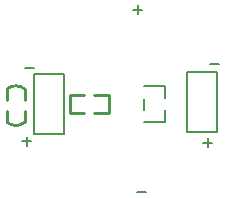
<source format=gto>
G04*
G04 #@! TF.GenerationSoftware,Altium Limited,Altium Designer,21.7.2 (23)*
G04*
G04 Layer_Color=65535*
%FSLAX25Y25*%
%MOIN*%
G70*
G04*
G04 #@! TF.SameCoordinates,23757FEE-CE1E-475D-8FA0-C284C61354F4*
G04*
G04*
G04 #@! TF.FilePolarity,Positive*
G04*
G01*
G75*
%ADD10C,0.01000*%
%ADD11C,0.00787*%
%ADD12C,0.00600*%
%ADD13C,0.00591*%
D10*
X353956Y310348D02*
G03*
X348100Y310400I-2959J-3492D01*
G01*
X348044Y299252D02*
G03*
X353900Y299200I2959J3492D01*
G01*
X381900Y302300D02*
Y308300D01*
X369000Y302200D02*
Y308300D01*
X377200D02*
X381900D01*
X377200Y302300D02*
X381900D01*
X369000Y302200D02*
X373700D01*
X369000Y308300D02*
X373700D01*
X348000Y299400D02*
Y303100D01*
X354000Y299300D02*
Y303100D01*
Y306600D02*
Y310300D01*
X348000Y306600D02*
Y310300D01*
D11*
X357100Y315200D02*
X367100D01*
Y295200D02*
Y315200D01*
X357100Y295200D02*
X367100D01*
X357100D02*
Y315200D01*
X408100Y296100D02*
Y316100D01*
Y296100D02*
X418100D01*
Y316100D01*
X408100D02*
X418100D01*
D12*
X393651Y299252D02*
X400550D01*
Y303353D01*
X393651Y311348D02*
X400550D01*
Y307247D02*
Y311348D01*
X393651Y303507D02*
Y307093D01*
D13*
X391390Y275890D02*
X394408D01*
X390191Y336699D02*
X393208D01*
X391699Y338208D02*
Y335191D01*
X415691Y318590D02*
X418708D01*
X353890Y317191D02*
X356908D01*
X353091Y292899D02*
X356108D01*
X354599Y294408D02*
Y291390D01*
X414937Y291000D02*
Y294017D01*
X413428Y292509D02*
X416446D01*
M02*

</source>
